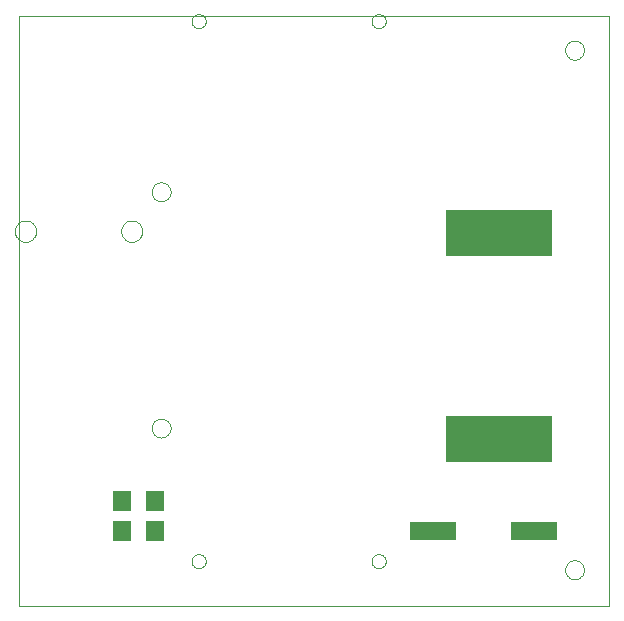
<source format=gtp>
G75*
%MOIN*%
%OFA0B0*%
%FSLAX24Y24*%
%IPPOS*%
%LPD*%
%AMOC8*
5,1,8,0,0,1.08239X$1,22.5*
%
%ADD10C,0.0000*%
%ADD11R,0.0630X0.0710*%
%ADD12R,0.1535X0.0630*%
%ADD13R,0.3543X0.1575*%
D10*
X001220Y001220D02*
X001220Y020905D01*
X020905Y020905D01*
X020905Y001220D01*
X001220Y001220D01*
X006984Y002720D02*
X006986Y002750D01*
X006992Y002780D01*
X007001Y002809D01*
X007014Y002836D01*
X007031Y002861D01*
X007050Y002884D01*
X007073Y002905D01*
X007098Y002922D01*
X007124Y002936D01*
X007153Y002946D01*
X007182Y002953D01*
X007212Y002956D01*
X007243Y002955D01*
X007273Y002950D01*
X007302Y002941D01*
X007329Y002929D01*
X007355Y002914D01*
X007379Y002895D01*
X007400Y002873D01*
X007418Y002849D01*
X007433Y002822D01*
X007444Y002794D01*
X007452Y002765D01*
X007456Y002735D01*
X007456Y002705D01*
X007452Y002675D01*
X007444Y002646D01*
X007433Y002618D01*
X007418Y002591D01*
X007400Y002567D01*
X007379Y002545D01*
X007355Y002526D01*
X007329Y002511D01*
X007302Y002499D01*
X007273Y002490D01*
X007243Y002485D01*
X007212Y002484D01*
X007182Y002487D01*
X007153Y002494D01*
X007124Y002504D01*
X007098Y002518D01*
X007073Y002535D01*
X007050Y002556D01*
X007031Y002579D01*
X007014Y002604D01*
X007001Y002631D01*
X006992Y002660D01*
X006986Y002690D01*
X006984Y002720D01*
X005655Y007158D02*
X005657Y007193D01*
X005663Y007228D01*
X005673Y007262D01*
X005686Y007295D01*
X005703Y007326D01*
X005724Y007354D01*
X005747Y007381D01*
X005774Y007404D01*
X005802Y007425D01*
X005833Y007442D01*
X005866Y007455D01*
X005900Y007465D01*
X005935Y007471D01*
X005970Y007473D01*
X006005Y007471D01*
X006040Y007465D01*
X006074Y007455D01*
X006107Y007442D01*
X006138Y007425D01*
X006166Y007404D01*
X006193Y007381D01*
X006216Y007354D01*
X006237Y007326D01*
X006254Y007295D01*
X006267Y007262D01*
X006277Y007228D01*
X006283Y007193D01*
X006285Y007158D01*
X006283Y007123D01*
X006277Y007088D01*
X006267Y007054D01*
X006254Y007021D01*
X006237Y006990D01*
X006216Y006962D01*
X006193Y006935D01*
X006166Y006912D01*
X006138Y006891D01*
X006107Y006874D01*
X006074Y006861D01*
X006040Y006851D01*
X006005Y006845D01*
X005970Y006843D01*
X005935Y006845D01*
X005900Y006851D01*
X005866Y006861D01*
X005833Y006874D01*
X005802Y006891D01*
X005774Y006912D01*
X005747Y006935D01*
X005724Y006962D01*
X005703Y006990D01*
X005686Y007021D01*
X005673Y007054D01*
X005663Y007088D01*
X005657Y007123D01*
X005655Y007158D01*
X012984Y002720D02*
X012986Y002750D01*
X012992Y002780D01*
X013001Y002809D01*
X013014Y002836D01*
X013031Y002861D01*
X013050Y002884D01*
X013073Y002905D01*
X013098Y002922D01*
X013124Y002936D01*
X013153Y002946D01*
X013182Y002953D01*
X013212Y002956D01*
X013243Y002955D01*
X013273Y002950D01*
X013302Y002941D01*
X013329Y002929D01*
X013355Y002914D01*
X013379Y002895D01*
X013400Y002873D01*
X013418Y002849D01*
X013433Y002822D01*
X013444Y002794D01*
X013452Y002765D01*
X013456Y002735D01*
X013456Y002705D01*
X013452Y002675D01*
X013444Y002646D01*
X013433Y002618D01*
X013418Y002591D01*
X013400Y002567D01*
X013379Y002545D01*
X013355Y002526D01*
X013329Y002511D01*
X013302Y002499D01*
X013273Y002490D01*
X013243Y002485D01*
X013212Y002484D01*
X013182Y002487D01*
X013153Y002494D01*
X013124Y002504D01*
X013098Y002518D01*
X013073Y002535D01*
X013050Y002556D01*
X013031Y002579D01*
X013014Y002604D01*
X013001Y002631D01*
X012992Y002660D01*
X012986Y002690D01*
X012984Y002720D01*
X019435Y002434D02*
X019437Y002469D01*
X019443Y002504D01*
X019453Y002538D01*
X019466Y002571D01*
X019483Y002602D01*
X019504Y002630D01*
X019527Y002657D01*
X019554Y002680D01*
X019582Y002701D01*
X019613Y002718D01*
X019646Y002731D01*
X019680Y002741D01*
X019715Y002747D01*
X019750Y002749D01*
X019785Y002747D01*
X019820Y002741D01*
X019854Y002731D01*
X019887Y002718D01*
X019918Y002701D01*
X019946Y002680D01*
X019973Y002657D01*
X019996Y002630D01*
X020017Y002602D01*
X020034Y002571D01*
X020047Y002538D01*
X020057Y002504D01*
X020063Y002469D01*
X020065Y002434D01*
X020063Y002399D01*
X020057Y002364D01*
X020047Y002330D01*
X020034Y002297D01*
X020017Y002266D01*
X019996Y002238D01*
X019973Y002211D01*
X019946Y002188D01*
X019918Y002167D01*
X019887Y002150D01*
X019854Y002137D01*
X019820Y002127D01*
X019785Y002121D01*
X019750Y002119D01*
X019715Y002121D01*
X019680Y002127D01*
X019646Y002137D01*
X019613Y002150D01*
X019582Y002167D01*
X019554Y002188D01*
X019527Y002211D01*
X019504Y002238D01*
X019483Y002266D01*
X019466Y002297D01*
X019453Y002330D01*
X019443Y002364D01*
X019437Y002399D01*
X019435Y002434D01*
X004635Y013720D02*
X004637Y013757D01*
X004643Y013794D01*
X004652Y013830D01*
X004666Y013864D01*
X004683Y013897D01*
X004703Y013929D01*
X004726Y013958D01*
X004752Y013984D01*
X004781Y014007D01*
X004812Y014027D01*
X004846Y014044D01*
X004880Y014058D01*
X004916Y014067D01*
X004953Y014073D01*
X004990Y014075D01*
X005027Y014073D01*
X005064Y014067D01*
X005100Y014058D01*
X005134Y014044D01*
X005167Y014027D01*
X005199Y014007D01*
X005228Y013984D01*
X005254Y013958D01*
X005277Y013929D01*
X005297Y013898D01*
X005314Y013864D01*
X005328Y013830D01*
X005337Y013794D01*
X005343Y013757D01*
X005345Y013720D01*
X005343Y013683D01*
X005337Y013646D01*
X005328Y013610D01*
X005314Y013576D01*
X005297Y013543D01*
X005277Y013511D01*
X005254Y013482D01*
X005228Y013456D01*
X005199Y013433D01*
X005168Y013413D01*
X005134Y013396D01*
X005100Y013382D01*
X005064Y013373D01*
X005027Y013367D01*
X004990Y013365D01*
X004953Y013367D01*
X004916Y013373D01*
X004880Y013382D01*
X004846Y013396D01*
X004813Y013413D01*
X004781Y013433D01*
X004752Y013456D01*
X004726Y013482D01*
X004703Y013511D01*
X004683Y013542D01*
X004666Y013576D01*
X004652Y013610D01*
X004643Y013646D01*
X004637Y013683D01*
X004635Y013720D01*
X005655Y015032D02*
X005657Y015067D01*
X005663Y015102D01*
X005673Y015136D01*
X005686Y015169D01*
X005703Y015200D01*
X005724Y015228D01*
X005747Y015255D01*
X005774Y015278D01*
X005802Y015299D01*
X005833Y015316D01*
X005866Y015329D01*
X005900Y015339D01*
X005935Y015345D01*
X005970Y015347D01*
X006005Y015345D01*
X006040Y015339D01*
X006074Y015329D01*
X006107Y015316D01*
X006138Y015299D01*
X006166Y015278D01*
X006193Y015255D01*
X006216Y015228D01*
X006237Y015200D01*
X006254Y015169D01*
X006267Y015136D01*
X006277Y015102D01*
X006283Y015067D01*
X006285Y015032D01*
X006283Y014997D01*
X006277Y014962D01*
X006267Y014928D01*
X006254Y014895D01*
X006237Y014864D01*
X006216Y014836D01*
X006193Y014809D01*
X006166Y014786D01*
X006138Y014765D01*
X006107Y014748D01*
X006074Y014735D01*
X006040Y014725D01*
X006005Y014719D01*
X005970Y014717D01*
X005935Y014719D01*
X005900Y014725D01*
X005866Y014735D01*
X005833Y014748D01*
X005802Y014765D01*
X005774Y014786D01*
X005747Y014809D01*
X005724Y014836D01*
X005703Y014864D01*
X005686Y014895D01*
X005673Y014928D01*
X005663Y014962D01*
X005657Y014997D01*
X005655Y015032D01*
X001095Y013720D02*
X001097Y013757D01*
X001103Y013794D01*
X001112Y013830D01*
X001126Y013864D01*
X001143Y013897D01*
X001163Y013929D01*
X001186Y013958D01*
X001212Y013984D01*
X001241Y014007D01*
X001272Y014027D01*
X001306Y014044D01*
X001340Y014058D01*
X001376Y014067D01*
X001413Y014073D01*
X001450Y014075D01*
X001487Y014073D01*
X001524Y014067D01*
X001560Y014058D01*
X001594Y014044D01*
X001627Y014027D01*
X001659Y014007D01*
X001688Y013984D01*
X001714Y013958D01*
X001737Y013929D01*
X001757Y013898D01*
X001774Y013864D01*
X001788Y013830D01*
X001797Y013794D01*
X001803Y013757D01*
X001805Y013720D01*
X001803Y013683D01*
X001797Y013646D01*
X001788Y013610D01*
X001774Y013576D01*
X001757Y013543D01*
X001737Y013511D01*
X001714Y013482D01*
X001688Y013456D01*
X001659Y013433D01*
X001628Y013413D01*
X001594Y013396D01*
X001560Y013382D01*
X001524Y013373D01*
X001487Y013367D01*
X001450Y013365D01*
X001413Y013367D01*
X001376Y013373D01*
X001340Y013382D01*
X001306Y013396D01*
X001273Y013413D01*
X001241Y013433D01*
X001212Y013456D01*
X001186Y013482D01*
X001163Y013511D01*
X001143Y013542D01*
X001126Y013576D01*
X001112Y013610D01*
X001103Y013646D01*
X001097Y013683D01*
X001095Y013720D01*
X006984Y020720D02*
X006986Y020750D01*
X006992Y020780D01*
X007001Y020809D01*
X007014Y020836D01*
X007031Y020861D01*
X007050Y020884D01*
X007073Y020905D01*
X007098Y020922D01*
X007124Y020936D01*
X007153Y020946D01*
X007182Y020953D01*
X007212Y020956D01*
X007243Y020955D01*
X007273Y020950D01*
X007302Y020941D01*
X007329Y020929D01*
X007355Y020914D01*
X007379Y020895D01*
X007400Y020873D01*
X007418Y020849D01*
X007433Y020822D01*
X007444Y020794D01*
X007452Y020765D01*
X007456Y020735D01*
X007456Y020705D01*
X007452Y020675D01*
X007444Y020646D01*
X007433Y020618D01*
X007418Y020591D01*
X007400Y020567D01*
X007379Y020545D01*
X007355Y020526D01*
X007329Y020511D01*
X007302Y020499D01*
X007273Y020490D01*
X007243Y020485D01*
X007212Y020484D01*
X007182Y020487D01*
X007153Y020494D01*
X007124Y020504D01*
X007098Y020518D01*
X007073Y020535D01*
X007050Y020556D01*
X007031Y020579D01*
X007014Y020604D01*
X007001Y020631D01*
X006992Y020660D01*
X006986Y020690D01*
X006984Y020720D01*
X012984Y020720D02*
X012986Y020750D01*
X012992Y020780D01*
X013001Y020809D01*
X013014Y020836D01*
X013031Y020861D01*
X013050Y020884D01*
X013073Y020905D01*
X013098Y020922D01*
X013124Y020936D01*
X013153Y020946D01*
X013182Y020953D01*
X013212Y020956D01*
X013243Y020955D01*
X013273Y020950D01*
X013302Y020941D01*
X013329Y020929D01*
X013355Y020914D01*
X013379Y020895D01*
X013400Y020873D01*
X013418Y020849D01*
X013433Y020822D01*
X013444Y020794D01*
X013452Y020765D01*
X013456Y020735D01*
X013456Y020705D01*
X013452Y020675D01*
X013444Y020646D01*
X013433Y020618D01*
X013418Y020591D01*
X013400Y020567D01*
X013379Y020545D01*
X013355Y020526D01*
X013329Y020511D01*
X013302Y020499D01*
X013273Y020490D01*
X013243Y020485D01*
X013212Y020484D01*
X013182Y020487D01*
X013153Y020494D01*
X013124Y020504D01*
X013098Y020518D01*
X013073Y020535D01*
X013050Y020556D01*
X013031Y020579D01*
X013014Y020604D01*
X013001Y020631D01*
X012992Y020660D01*
X012986Y020690D01*
X012984Y020720D01*
X019435Y019756D02*
X019437Y019791D01*
X019443Y019826D01*
X019453Y019860D01*
X019466Y019893D01*
X019483Y019924D01*
X019504Y019952D01*
X019527Y019979D01*
X019554Y020002D01*
X019582Y020023D01*
X019613Y020040D01*
X019646Y020053D01*
X019680Y020063D01*
X019715Y020069D01*
X019750Y020071D01*
X019785Y020069D01*
X019820Y020063D01*
X019854Y020053D01*
X019887Y020040D01*
X019918Y020023D01*
X019946Y020002D01*
X019973Y019979D01*
X019996Y019952D01*
X020017Y019924D01*
X020034Y019893D01*
X020047Y019860D01*
X020057Y019826D01*
X020063Y019791D01*
X020065Y019756D01*
X020063Y019721D01*
X020057Y019686D01*
X020047Y019652D01*
X020034Y019619D01*
X020017Y019588D01*
X019996Y019560D01*
X019973Y019533D01*
X019946Y019510D01*
X019918Y019489D01*
X019887Y019472D01*
X019854Y019459D01*
X019820Y019449D01*
X019785Y019443D01*
X019750Y019441D01*
X019715Y019443D01*
X019680Y019449D01*
X019646Y019459D01*
X019613Y019472D01*
X019582Y019489D01*
X019554Y019510D01*
X019527Y019533D01*
X019504Y019560D01*
X019483Y019588D01*
X019466Y019619D01*
X019453Y019652D01*
X019443Y019686D01*
X019437Y019721D01*
X019435Y019756D01*
D11*
X005780Y004720D03*
X005780Y003720D03*
X004660Y003720D03*
X004660Y004720D03*
D12*
X015047Y003720D03*
X018393Y003720D03*
D13*
X017220Y006779D03*
X017220Y013653D03*
M02*

</source>
